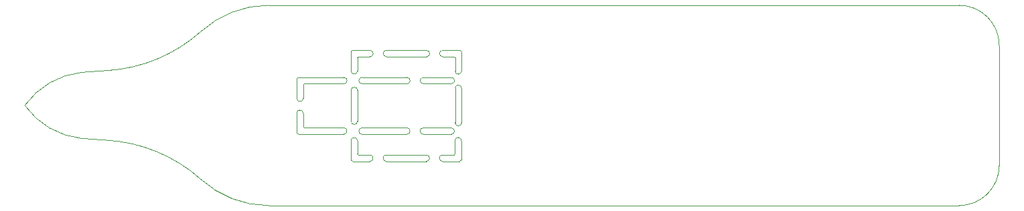
<source format=gbr>
%TF.GenerationSoftware,KiCad,Pcbnew,8.0.0*%
%TF.CreationDate,2024-02-25T09:59:19-08:00*%
%TF.ProjectId,JumperlessProbe,4a756d70-6572-46c6-9573-7350726f6265,rev?*%
%TF.SameCoordinates,Original*%
%TF.FileFunction,Profile,NP*%
%FSLAX46Y46*%
G04 Gerber Fmt 4.6, Leading zero omitted, Abs format (unit mm)*
G04 Created by KiCad (PCBNEW 8.0.0) date 2024-02-25 09:59:19*
%MOMM*%
%LPD*%
G01*
G04 APERTURE LIST*
%TA.AperFunction,Profile*%
%ADD10C,0.100000*%
%TD*%
%TA.AperFunction,Profile*%
%ADD11C,0.120000*%
%TD*%
G04 APERTURE END LIST*
D10*
X47286859Y-41449134D02*
G75*
G02*
X35462447Y-46379800I-12996859J14524634D01*
G01*
X143154450Y-63500494D02*
X55880000Y-63500494D01*
X35462447Y-55221191D02*
G75*
G02*
X47286859Y-60151854I-1172447J-19455309D01*
G01*
X32257782Y-54994689D02*
G75*
G02*
X25044450Y-50800988I1008058J10034359D01*
G01*
X148234450Y-58420000D02*
G75*
G02*
X143154450Y-63500050I-5080050J0D01*
G01*
X143154450Y-38100494D02*
G75*
G02*
X148233906Y-43180000I-50J-5079506D01*
G01*
X47286859Y-41449134D02*
G75*
G02*
X55880000Y-38100496I8593141J-9351366D01*
G01*
X25044450Y-50800988D02*
G75*
G02*
X32257782Y-46607286I8221430J-5840722D01*
G01*
X32257782Y-46607287D02*
G75*
G02*
X35462447Y-46379798I5742418J-58208213D01*
G01*
X55880000Y-63500494D02*
G75*
G02*
X47286860Y-60151853I0J12699994D01*
G01*
X55880000Y-38100494D02*
X143154450Y-38100494D01*
X35462447Y-55221189D02*
G75*
G02*
X32257782Y-54993701I2537553J58433089D01*
G01*
X148234450Y-43180000D02*
X148234450Y-58420000D01*
D11*
%TO.C,SW1*%
X59423300Y-54204094D02*
X59423300Y-51791094D01*
X59436000Y-47498494D02*
X59436000Y-49911494D01*
X60236101Y-53518293D02*
X60236100Y-51791094D01*
X60248801Y-48184295D02*
X60248800Y-49911494D01*
X65366900Y-53645294D02*
X60363101Y-53645293D01*
X65366900Y-54458094D02*
X59677300Y-54458094D01*
X65379600Y-47244494D02*
X59690000Y-47244494D01*
X65379600Y-48057294D02*
X60375801Y-48057295D01*
X66281300Y-57633094D02*
X66281300Y-55270894D01*
X66294000Y-44069494D02*
X66294000Y-46431694D01*
X66294000Y-48895494D02*
X66294000Y-52807094D01*
X67094102Y-56947294D02*
X67094100Y-55270894D01*
X67106800Y-44755294D02*
X67106800Y-46431694D01*
X67106800Y-48895494D02*
X67106800Y-52807094D01*
X67678300Y-53645294D02*
X73342500Y-53645294D01*
X67678300Y-54458094D02*
X73342500Y-54458094D01*
X67691000Y-47244494D02*
X73355200Y-47244494D01*
X67691000Y-48057294D02*
X73355200Y-48057294D01*
X68668900Y-57074294D02*
X67221102Y-57074292D01*
X68668900Y-57887094D02*
X66535300Y-57887094D01*
X68681600Y-43815494D02*
X66548000Y-43815494D01*
X68681600Y-44628294D02*
X67233802Y-44628294D01*
X70751700Y-57075694D02*
X75806300Y-57074294D01*
X70751700Y-57888494D02*
X75806300Y-57887094D01*
X70764400Y-43814094D02*
X75819000Y-43815494D01*
X70764400Y-44626894D02*
X75819000Y-44628294D01*
X75425300Y-53645294D02*
X78955900Y-53645294D01*
X75425300Y-54458094D02*
X78955900Y-54458094D01*
X75438000Y-47244494D02*
X78968600Y-47244494D01*
X75438000Y-48057294D02*
X78968600Y-48057294D01*
X77863700Y-44628294D02*
X79324198Y-44628294D01*
X77863700Y-57074294D02*
X79311498Y-57074294D01*
X77863700Y-57887094D02*
X79997300Y-57887094D01*
X77876400Y-43815494D02*
X80010000Y-43815494D01*
X79438498Y-56947294D02*
X79438500Y-55270894D01*
X79451198Y-44755294D02*
X79451200Y-46431694D01*
X79451200Y-52984894D02*
X79451200Y-48616094D01*
X80251300Y-57633094D02*
X80251300Y-55270894D01*
X80264000Y-44069494D02*
X80264000Y-46431694D01*
X80264000Y-52984894D02*
X80264000Y-48616094D01*
X59423300Y-51791094D02*
G75*
G02*
X60236100Y-51791094I406400J0D01*
G01*
X59436000Y-47498494D02*
G75*
G02*
X59690000Y-47244494I254000J0D01*
G01*
X59677300Y-54458094D02*
G75*
G02*
X59423300Y-54204094I0J254000D01*
G01*
X60248800Y-49911494D02*
G75*
G02*
X59436000Y-49911494I-406400J0D01*
G01*
X60248801Y-48184295D02*
G75*
G02*
X60375801Y-48057295I126999J1D01*
G01*
X60363101Y-53645293D02*
G75*
G02*
X60236101Y-53518293I-1J126999D01*
G01*
X65366900Y-53645294D02*
G75*
G02*
X65366900Y-54458094I0J-406400D01*
G01*
X65379600Y-47244494D02*
G75*
G02*
X65379600Y-48057294I0J-406400D01*
G01*
X66281300Y-55270894D02*
G75*
G02*
X67094100Y-55270894I406400J0D01*
G01*
X66294000Y-44069494D02*
G75*
G02*
X66548000Y-43815494I254000J0D01*
G01*
X66294000Y-48895494D02*
G75*
G02*
X67106800Y-48895494I406400J0D01*
G01*
X66535300Y-57887094D02*
G75*
G02*
X66281300Y-57633094I0J254000D01*
G01*
X67106800Y-44755294D02*
G75*
G02*
X67233802Y-44628294I127000J0D01*
G01*
X67106800Y-46431694D02*
G75*
G02*
X66294000Y-46431694I-406400J0D01*
G01*
X67106800Y-52807094D02*
G75*
G02*
X66294000Y-52807094I-406400J0D01*
G01*
X67221102Y-57074292D02*
G75*
G02*
X67094102Y-56947294I-2J126998D01*
G01*
X67678300Y-54458094D02*
G75*
G02*
X67678300Y-53645294I0J406400D01*
G01*
X67691000Y-48057294D02*
G75*
G02*
X67691000Y-47244494I0J406400D01*
G01*
X68668900Y-57074294D02*
G75*
G02*
X68668900Y-57887094I0J-406400D01*
G01*
X68681600Y-43815494D02*
G75*
G02*
X68681600Y-44628294I0J-406400D01*
G01*
X70751700Y-57888494D02*
G75*
G02*
X70751700Y-57075694I0J406400D01*
G01*
X70764400Y-44626894D02*
G75*
G02*
X70764400Y-43814094I0J406400D01*
G01*
X73342500Y-53645294D02*
G75*
G02*
X73342500Y-54458094I0J-406400D01*
G01*
X73355200Y-47244494D02*
G75*
G02*
X73355200Y-48057294I0J-406400D01*
G01*
X75425300Y-54458094D02*
G75*
G02*
X75425300Y-53645294I0J406400D01*
G01*
X75438000Y-48057294D02*
G75*
G02*
X75438000Y-47244494I0J406400D01*
G01*
X75806300Y-57074294D02*
G75*
G02*
X75806300Y-57887094I0J-406400D01*
G01*
X75819000Y-43815494D02*
G75*
G02*
X75819000Y-44628294I0J-406400D01*
G01*
X77863700Y-44628294D02*
G75*
G02*
X77876400Y-43815296I12700J406400D01*
G01*
X77863700Y-57887094D02*
G75*
G02*
X77863700Y-57074294I0J406400D01*
G01*
X78955900Y-53645294D02*
G75*
G02*
X78955900Y-54458094I0J-406400D01*
G01*
X78968600Y-47244494D02*
G75*
G02*
X78968600Y-48057294I0J-406400D01*
G01*
X79324198Y-44628294D02*
G75*
G02*
X79451200Y-44755294I2J-127000D01*
G01*
X79438500Y-55270894D02*
G75*
G02*
X80251300Y-55270894I406400J0D01*
G01*
X79438500Y-56947294D02*
G75*
G02*
X79311498Y-57074294I-127000J0D01*
G01*
X79451200Y-48616094D02*
G75*
G02*
X80264000Y-48616094I406400J0D01*
G01*
X80010000Y-43815494D02*
G75*
G02*
X80264000Y-44069494I0J-254000D01*
G01*
X80251300Y-57633094D02*
G75*
G02*
X79997300Y-57887094I-254000J0D01*
G01*
X80264000Y-46431694D02*
G75*
G02*
X79451200Y-46431694I-406400J0D01*
G01*
X80264000Y-52984894D02*
G75*
G02*
X79451200Y-52984894I-406400J0D01*
G01*
%TD*%
M02*

</source>
